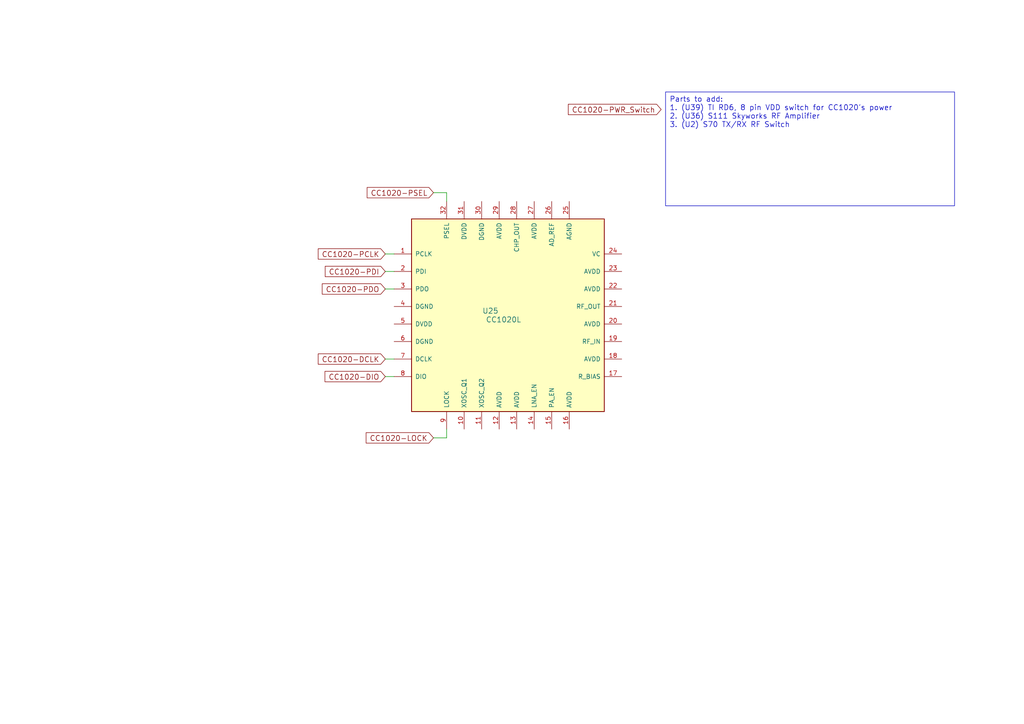
<source format=kicad_sch>
(kicad_sch (version 20231120) (generator "eeschema") (generator_version "8.0")
  (paper "A4")
  (lib_symbols
    (symbol "Landis-Gyr-Focus-AXR-SD-rescue:CC1020L" (pin_names (offset 1.016))
      (property "Reference" "U" (at -5.08 1.27 0))
      (property "Value" "CC1020L" (at -1.27 -1.27 0))
      (symbol "CC1020L_0_1"
        (rectangle (start 27.94 27.94) (end -27.94 -27.94) (stroke (width 0.254)) (fill (type background)))
      )
      (symbol "CC1020L_1_1"
        (pin input line (at -33.02 17.78 0) (length 5.08) (name "PCLK") (number "1"))
        (pin input line (at -12.7 -33.02 90) (length 5.08) (name "XOSC_Q1") (number "10"))
        (pin input line (at -7.62 -33.02 90) (length 5.08) (name "XOSC_Q2") (number "11"))
        (pin input line (at -2.54 -33.02 90) (length 5.08) (name "AVDD") (number "12"))
        (pin input line (at 2.54 -33.02 90) (length 5.08) (name "AVDD") (number "13"))
        (pin input line (at 7.62 -33.02 90) (length 5.08) (name "LNA_EN") (number "14"))
        (pin input line (at 12.7 -33.02 90) (length 5.08) (name "PA_EN") (number "15"))
        (pin input line (at 17.78 -33.02 90) (length 5.08) (name "AVDD") (number "16"))
        (pin input line (at 33.02 -17.78 180) (length 5.08) (name "R_BIAS") (number "17"))
        (pin input line (at 33.02 -12.7 180) (length 5.08) (name "AVDD") (number "18"))
        (pin input line (at 33.02 -7.62 180) (length 5.08) (name "RF_IN") (number "19"))
        (pin input line (at -33.02 12.7 0) (length 5.08) (name "PDI") (number "2"))
        (pin input line (at 33.02 -2.54 180) (length 5.08) (name "AVDD") (number "20"))
        (pin input line (at 33.02 2.54 180) (length 5.08) (name "RF_OUT") (number "21"))
        (pin input line (at 33.02 7.62 180) (length 5.08) (name "AVDD") (number "22"))
        (pin input line (at 33.02 12.7 180) (length 5.08) (name "AVDD") (number "23"))
        (pin input line (at 33.02 17.78 180) (length 5.08) (name "VC") (number "24"))
        (pin input line (at 17.78 33.02 270) (length 5.08) (name "AGND") (number "25"))
        (pin input line (at 12.7 33.02 270) (length 5.08) (name "AD_REF") (number "26"))
        (pin input line (at 7.62 33.02 270) (length 5.08) (name "AVDD") (number "27"))
        (pin input line (at 2.54 33.02 270) (length 5.08) (name "CHP_OUT") (number "28"))
        (pin input line (at -2.54 33.02 270) (length 5.08) (name "AVDD") (number "29"))
        (pin input line (at -33.02 7.62 0) (length 5.08) (name "PDO") (number "3"))
        (pin input line (at -7.62 33.02 270) (length 5.08) (name "DGND") (number "30"))
        (pin input line (at -12.7 33.02 270) (length 5.08) (name "DVDD") (number "31"))
        (pin input line (at -17.78 33.02 270) (length 5.08) (name "PSEL") (number "32"))
        (pin input line (at -33.02 2.54 0) (length 5.08) (name "DGND") (number "4"))
        (pin input line (at -33.02 -2.54 0) (length 5.08) (name "DVDD") (number "5"))
        (pin input line (at -33.02 -7.62 0) (length 5.08) (name "DGND") (number "6"))
        (pin input line (at -33.02 -12.7 0) (length 5.08) (name "DCLK") (number "7"))
        (pin input line (at -33.02 -17.78 0) (length 5.08) (name "DIO") (number "8"))
        (pin input line (at -17.78 -33.02 90) (length 5.08) (name "LOCK") (number "9"))
      )
    )
  )
  (wire (pts (xy 114.3 109.22) (xy 111.76 109.22)))
  (wire (pts (xy 114.3 104.14) (xy 111.76 104.14)))
  (wire (pts (xy 129.54 124.46) (xy 129.54 127)))
  (wire (pts (xy 129.54 58.42) (xy 129.54 55.88)))
  (wire (pts (xy 114.3 83.82) (xy 111.76 83.82)))
  (wire (pts (xy 129.54 55.88) (xy 125.73 55.88)))
  (wire (pts (xy 111.76 73.66) (xy 114.3 73.66)))
  (wire (pts (xy 114.3 78.74) (xy 111.76 78.74)))
  (wire (pts (xy 129.54 127) (xy 125.73 127)))
  (text_box "Parts to add:\n1. (U39) TI RD6, 8 pin VDD switch for CC1020's power\n2. (U36) S111 Skyworks RF Amplifier\n3. (U2) S70 TX/RX RF Switch" (at 193.04 26.67 0) (size 83.82 33.02) (effects (font (size 1.524 1.524)) (justify left top)))
  (global_label "CC1020-DIO" (shape input) (at 111.76 109.22 180) (effects (font (size 1.524 1.524))) (property "Intersheetrefs" "${INTERSHEET_REFS}" (effects (hide yes))))
  (global_label "CC1020-PCLK" (shape input) (at 111.76 73.66 180) (effects (font (size 1.524 1.524))) (property "Intersheetrefs" "${INTERSHEET_REFS}" (effects (hide yes))))
  (global_label "CC1020-DCLK" (shape input) (at 111.76 104.14 180) (effects (font (size 1.524 1.524))) (property "Intersheetrefs" "${INTERSHEET_REFS}" (effects (hide yes))))
  (global_label "CC1020-PWR_Switch" (shape input) (at 191.77 31.75 180) (effects (font (size 1.524 1.524))) (property "Intersheetrefs" "${INTERSHEET_REFS}" (effects (hide yes))))
  (global_label "CC1020-PDI" (shape input) (at 111.76 78.74 180) (effects (font (size 1.524 1.524))) (property "Intersheetrefs" "${INTERSHEET_REFS}" (effects (hide yes))))
  (global_label "CC1020-LOCK" (shape input) (at 125.73 127 180) (effects (font (size 1.524 1.524))) (property "Intersheetrefs" "${INTERSHEET_REFS}" (effects (hide yes))))
  (global_label "CC1020-PDO" (shape input) (at 111.76 83.82 180) (effects (font (size 1.524 1.524))) (property "Intersheetrefs" "${INTERSHEET_REFS}" (effects (hide yes))))
  (global_label "CC1020-PSEL" (shape input) (at 125.73 55.88 180) (effects (font (size 1.524 1.524))) (property "Intersheetrefs" "${INTERSHEET_REFS}" (effects (hide yes))))
  (symbol (lib_id "Landis-Gyr-Focus-AXR-SD-rescue:CC1020L") (at 147.32 91.44 0) (unit 1)
    (property "Reference" "U25" (at 142.24 90.17 0) (effects (font (size 1.524 1.524))))
    (property "Value" "CC1020L" (at 146.05 92.71 0) (effects (font (size 1.524 1.524))))
  )
)
</source>
